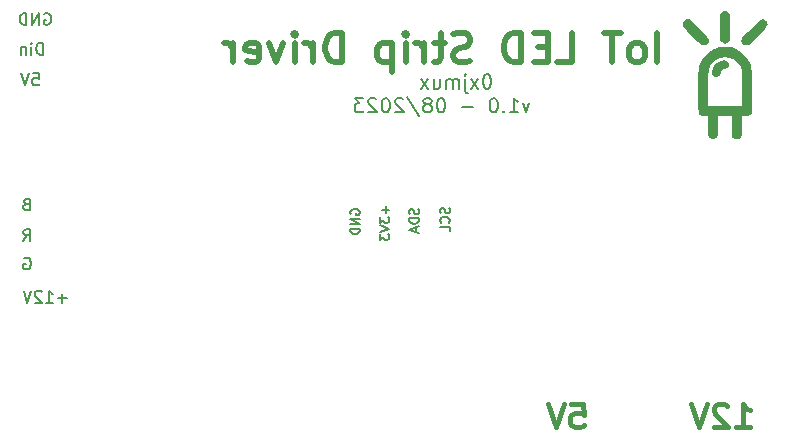
<source format=gbo>
%TF.GenerationSoftware,KiCad,Pcbnew,7.0.6-1.fc37*%
%TF.CreationDate,2023-08-13T21:26:51-07:00*%
%TF.ProjectId,iot_led_strip_pcb,696f745f-6c65-4645-9f73-747269705f70,rev?*%
%TF.SameCoordinates,Original*%
%TF.FileFunction,Legend,Bot*%
%TF.FilePolarity,Positive*%
%FSLAX46Y46*%
G04 Gerber Fmt 4.6, Leading zero omitted, Abs format (unit mm)*
G04 Created by KiCad (PCBNEW 7.0.6-1.fc37) date 2023-08-13 21:26:51*
%MOMM*%
%LPD*%
G01*
G04 APERTURE LIST*
%ADD10C,0.150000*%
%ADD11C,0.400000*%
%ADD12C,0.550000*%
%ADD13R,1.700000X1.700000*%
%ADD14O,1.700000X1.700000*%
%ADD15R,4.600000X2.000000*%
%ADD16O,4.200000X2.000000*%
%ADD17O,2.000000X4.200000*%
%ADD18C,0.800000*%
%ADD19C,6.400000*%
%ADD20C,0.649987*%
%ADD21O,2.100000X1.000000*%
%ADD22O,1.800000X1.000000*%
G04 APERTURE END LIST*
D10*
X42961904Y-96673866D02*
X42200000Y-96673866D01*
X42580952Y-97054819D02*
X42580952Y-96292914D01*
X41200000Y-97054819D02*
X41771428Y-97054819D01*
X41485714Y-97054819D02*
X41485714Y-96054819D01*
X41485714Y-96054819D02*
X41580952Y-96197676D01*
X41580952Y-96197676D02*
X41676190Y-96292914D01*
X41676190Y-96292914D02*
X41771428Y-96340533D01*
X40819047Y-96150057D02*
X40771428Y-96102438D01*
X40771428Y-96102438D02*
X40676190Y-96054819D01*
X40676190Y-96054819D02*
X40438095Y-96054819D01*
X40438095Y-96054819D02*
X40342857Y-96102438D01*
X40342857Y-96102438D02*
X40295238Y-96150057D01*
X40295238Y-96150057D02*
X40247619Y-96245295D01*
X40247619Y-96245295D02*
X40247619Y-96340533D01*
X40247619Y-96340533D02*
X40295238Y-96483390D01*
X40295238Y-96483390D02*
X40866666Y-97054819D01*
X40866666Y-97054819D02*
X40247619Y-97054819D01*
X39961904Y-96054819D02*
X39628571Y-97054819D01*
X39628571Y-97054819D02*
X39295238Y-96054819D01*
X41061904Y-72602438D02*
X41157142Y-72554819D01*
X41157142Y-72554819D02*
X41299999Y-72554819D01*
X41299999Y-72554819D02*
X41442856Y-72602438D01*
X41442856Y-72602438D02*
X41538094Y-72697676D01*
X41538094Y-72697676D02*
X41585713Y-72792914D01*
X41585713Y-72792914D02*
X41633332Y-72983390D01*
X41633332Y-72983390D02*
X41633332Y-73126247D01*
X41633332Y-73126247D02*
X41585713Y-73316723D01*
X41585713Y-73316723D02*
X41538094Y-73411961D01*
X41538094Y-73411961D02*
X41442856Y-73507200D01*
X41442856Y-73507200D02*
X41299999Y-73554819D01*
X41299999Y-73554819D02*
X41204761Y-73554819D01*
X41204761Y-73554819D02*
X41061904Y-73507200D01*
X41061904Y-73507200D02*
X41014285Y-73459580D01*
X41014285Y-73459580D02*
X41014285Y-73126247D01*
X41014285Y-73126247D02*
X41204761Y-73126247D01*
X40585713Y-73554819D02*
X40585713Y-72554819D01*
X40585713Y-72554819D02*
X40014285Y-73554819D01*
X40014285Y-73554819D02*
X40014285Y-72554819D01*
X39538094Y-73554819D02*
X39538094Y-72554819D01*
X39538094Y-72554819D02*
X39299999Y-72554819D01*
X39299999Y-72554819D02*
X39157142Y-72602438D01*
X39157142Y-72602438D02*
X39061904Y-72697676D01*
X39061904Y-72697676D02*
X39014285Y-72792914D01*
X39014285Y-72792914D02*
X38966666Y-72983390D01*
X38966666Y-72983390D02*
X38966666Y-73126247D01*
X38966666Y-73126247D02*
X39014285Y-73316723D01*
X39014285Y-73316723D02*
X39061904Y-73411961D01*
X39061904Y-73411961D02*
X39157142Y-73507200D01*
X39157142Y-73507200D02*
X39299999Y-73554819D01*
X39299999Y-73554819D02*
X39538094Y-73554819D01*
X75324200Y-89047618D02*
X75362295Y-89161904D01*
X75362295Y-89161904D02*
X75362295Y-89352380D01*
X75362295Y-89352380D02*
X75324200Y-89428571D01*
X75324200Y-89428571D02*
X75286104Y-89466666D01*
X75286104Y-89466666D02*
X75209914Y-89504761D01*
X75209914Y-89504761D02*
X75133723Y-89504761D01*
X75133723Y-89504761D02*
X75057533Y-89466666D01*
X75057533Y-89466666D02*
X75019438Y-89428571D01*
X75019438Y-89428571D02*
X74981342Y-89352380D01*
X74981342Y-89352380D02*
X74943247Y-89199999D01*
X74943247Y-89199999D02*
X74905152Y-89123809D01*
X74905152Y-89123809D02*
X74867057Y-89085714D01*
X74867057Y-89085714D02*
X74790866Y-89047618D01*
X74790866Y-89047618D02*
X74714676Y-89047618D01*
X74714676Y-89047618D02*
X74638485Y-89085714D01*
X74638485Y-89085714D02*
X74600390Y-89123809D01*
X74600390Y-89123809D02*
X74562295Y-89199999D01*
X74562295Y-89199999D02*
X74562295Y-89390476D01*
X74562295Y-89390476D02*
X74600390Y-89504761D01*
X75286104Y-90304762D02*
X75324200Y-90266666D01*
X75324200Y-90266666D02*
X75362295Y-90152381D01*
X75362295Y-90152381D02*
X75362295Y-90076190D01*
X75362295Y-90076190D02*
X75324200Y-89961904D01*
X75324200Y-89961904D02*
X75248009Y-89885714D01*
X75248009Y-89885714D02*
X75171819Y-89847619D01*
X75171819Y-89847619D02*
X75019438Y-89809523D01*
X75019438Y-89809523D02*
X74905152Y-89809523D01*
X74905152Y-89809523D02*
X74752771Y-89847619D01*
X74752771Y-89847619D02*
X74676580Y-89885714D01*
X74676580Y-89885714D02*
X74600390Y-89961904D01*
X74600390Y-89961904D02*
X74562295Y-90076190D01*
X74562295Y-90076190D02*
X74562295Y-90152381D01*
X74562295Y-90152381D02*
X74600390Y-90266666D01*
X74600390Y-90266666D02*
X74638485Y-90304762D01*
X75362295Y-91028571D02*
X75362295Y-90647619D01*
X75362295Y-90647619D02*
X74562295Y-90647619D01*
X39290476Y-91854819D02*
X39623809Y-91378628D01*
X39861904Y-91854819D02*
X39861904Y-90854819D01*
X39861904Y-90854819D02*
X39480952Y-90854819D01*
X39480952Y-90854819D02*
X39385714Y-90902438D01*
X39385714Y-90902438D02*
X39338095Y-90950057D01*
X39338095Y-90950057D02*
X39290476Y-91045295D01*
X39290476Y-91045295D02*
X39290476Y-91188152D01*
X39290476Y-91188152D02*
X39338095Y-91283390D01*
X39338095Y-91283390D02*
X39385714Y-91331009D01*
X39385714Y-91331009D02*
X39480952Y-91378628D01*
X39480952Y-91378628D02*
X39861904Y-91378628D01*
X39528571Y-88731009D02*
X39385714Y-88778628D01*
X39385714Y-88778628D02*
X39338095Y-88826247D01*
X39338095Y-88826247D02*
X39290476Y-88921485D01*
X39290476Y-88921485D02*
X39290476Y-89064342D01*
X39290476Y-89064342D02*
X39338095Y-89159580D01*
X39338095Y-89159580D02*
X39385714Y-89207200D01*
X39385714Y-89207200D02*
X39480952Y-89254819D01*
X39480952Y-89254819D02*
X39861904Y-89254819D01*
X39861904Y-89254819D02*
X39861904Y-88254819D01*
X39861904Y-88254819D02*
X39528571Y-88254819D01*
X39528571Y-88254819D02*
X39433333Y-88302438D01*
X39433333Y-88302438D02*
X39385714Y-88350057D01*
X39385714Y-88350057D02*
X39338095Y-88445295D01*
X39338095Y-88445295D02*
X39338095Y-88540533D01*
X39338095Y-88540533D02*
X39385714Y-88635771D01*
X39385714Y-88635771D02*
X39433333Y-88683390D01*
X39433333Y-88683390D02*
X39528571Y-88731009D01*
X39528571Y-88731009D02*
X39861904Y-88731009D01*
X78587030Y-77745342D02*
X78472744Y-77745342D01*
X78472744Y-77745342D02*
X78358458Y-77802485D01*
X78358458Y-77802485D02*
X78301316Y-77859628D01*
X78301316Y-77859628D02*
X78244173Y-77973914D01*
X78244173Y-77973914D02*
X78187030Y-78202485D01*
X78187030Y-78202485D02*
X78187030Y-78488200D01*
X78187030Y-78488200D02*
X78244173Y-78716771D01*
X78244173Y-78716771D02*
X78301316Y-78831057D01*
X78301316Y-78831057D02*
X78358458Y-78888200D01*
X78358458Y-78888200D02*
X78472744Y-78945342D01*
X78472744Y-78945342D02*
X78587030Y-78945342D01*
X78587030Y-78945342D02*
X78701316Y-78888200D01*
X78701316Y-78888200D02*
X78758458Y-78831057D01*
X78758458Y-78831057D02*
X78815601Y-78716771D01*
X78815601Y-78716771D02*
X78872744Y-78488200D01*
X78872744Y-78488200D02*
X78872744Y-78202485D01*
X78872744Y-78202485D02*
X78815601Y-77973914D01*
X78815601Y-77973914D02*
X78758458Y-77859628D01*
X78758458Y-77859628D02*
X78701316Y-77802485D01*
X78701316Y-77802485D02*
X78587030Y-77745342D01*
X77787030Y-78945342D02*
X77158459Y-78145342D01*
X77787030Y-78145342D02*
X77158459Y-78945342D01*
X76701315Y-78145342D02*
X76701315Y-79173914D01*
X76701315Y-79173914D02*
X76758458Y-79288200D01*
X76758458Y-79288200D02*
X76872744Y-79345342D01*
X76872744Y-79345342D02*
X76929887Y-79345342D01*
X76701315Y-77745342D02*
X76758458Y-77802485D01*
X76758458Y-77802485D02*
X76701315Y-77859628D01*
X76701315Y-77859628D02*
X76644172Y-77802485D01*
X76644172Y-77802485D02*
X76701315Y-77745342D01*
X76701315Y-77745342D02*
X76701315Y-77859628D01*
X76129886Y-78945342D02*
X76129886Y-78145342D01*
X76129886Y-78259628D02*
X76072743Y-78202485D01*
X76072743Y-78202485D02*
X75958458Y-78145342D01*
X75958458Y-78145342D02*
X75787029Y-78145342D01*
X75787029Y-78145342D02*
X75672743Y-78202485D01*
X75672743Y-78202485D02*
X75615601Y-78316771D01*
X75615601Y-78316771D02*
X75615601Y-78945342D01*
X75615601Y-78316771D02*
X75558458Y-78202485D01*
X75558458Y-78202485D02*
X75444172Y-78145342D01*
X75444172Y-78145342D02*
X75272743Y-78145342D01*
X75272743Y-78145342D02*
X75158458Y-78202485D01*
X75158458Y-78202485D02*
X75101315Y-78316771D01*
X75101315Y-78316771D02*
X75101315Y-78945342D01*
X74015601Y-78145342D02*
X74015601Y-78945342D01*
X74529886Y-78145342D02*
X74529886Y-78773914D01*
X74529886Y-78773914D02*
X74472743Y-78888200D01*
X74472743Y-78888200D02*
X74358458Y-78945342D01*
X74358458Y-78945342D02*
X74187029Y-78945342D01*
X74187029Y-78945342D02*
X74072743Y-78888200D01*
X74072743Y-78888200D02*
X74015601Y-78831057D01*
X73558458Y-78945342D02*
X72929887Y-78145342D01*
X73558458Y-78145342D02*
X72929887Y-78945342D01*
X82129887Y-80145342D02*
X81844173Y-80945342D01*
X81844173Y-80945342D02*
X81558458Y-80145342D01*
X80472744Y-80945342D02*
X81158458Y-80945342D01*
X80815601Y-80945342D02*
X80815601Y-79745342D01*
X80815601Y-79745342D02*
X80929887Y-79916771D01*
X80929887Y-79916771D02*
X81044172Y-80031057D01*
X81044172Y-80031057D02*
X81158458Y-80088200D01*
X79958458Y-80831057D02*
X79901315Y-80888200D01*
X79901315Y-80888200D02*
X79958458Y-80945342D01*
X79958458Y-80945342D02*
X80015601Y-80888200D01*
X80015601Y-80888200D02*
X79958458Y-80831057D01*
X79958458Y-80831057D02*
X79958458Y-80945342D01*
X79158458Y-79745342D02*
X79044172Y-79745342D01*
X79044172Y-79745342D02*
X78929886Y-79802485D01*
X78929886Y-79802485D02*
X78872744Y-79859628D01*
X78872744Y-79859628D02*
X78815601Y-79973914D01*
X78815601Y-79973914D02*
X78758458Y-80202485D01*
X78758458Y-80202485D02*
X78758458Y-80488200D01*
X78758458Y-80488200D02*
X78815601Y-80716771D01*
X78815601Y-80716771D02*
X78872744Y-80831057D01*
X78872744Y-80831057D02*
X78929886Y-80888200D01*
X78929886Y-80888200D02*
X79044172Y-80945342D01*
X79044172Y-80945342D02*
X79158458Y-80945342D01*
X79158458Y-80945342D02*
X79272744Y-80888200D01*
X79272744Y-80888200D02*
X79329886Y-80831057D01*
X79329886Y-80831057D02*
X79387029Y-80716771D01*
X79387029Y-80716771D02*
X79444172Y-80488200D01*
X79444172Y-80488200D02*
X79444172Y-80202485D01*
X79444172Y-80202485D02*
X79387029Y-79973914D01*
X79387029Y-79973914D02*
X79329886Y-79859628D01*
X79329886Y-79859628D02*
X79272744Y-79802485D01*
X79272744Y-79802485D02*
X79158458Y-79745342D01*
X77329886Y-80488200D02*
X76415601Y-80488200D01*
X74701315Y-79745342D02*
X74587029Y-79745342D01*
X74587029Y-79745342D02*
X74472743Y-79802485D01*
X74472743Y-79802485D02*
X74415601Y-79859628D01*
X74415601Y-79859628D02*
X74358458Y-79973914D01*
X74358458Y-79973914D02*
X74301315Y-80202485D01*
X74301315Y-80202485D02*
X74301315Y-80488200D01*
X74301315Y-80488200D02*
X74358458Y-80716771D01*
X74358458Y-80716771D02*
X74415601Y-80831057D01*
X74415601Y-80831057D02*
X74472743Y-80888200D01*
X74472743Y-80888200D02*
X74587029Y-80945342D01*
X74587029Y-80945342D02*
X74701315Y-80945342D01*
X74701315Y-80945342D02*
X74815601Y-80888200D01*
X74815601Y-80888200D02*
X74872743Y-80831057D01*
X74872743Y-80831057D02*
X74929886Y-80716771D01*
X74929886Y-80716771D02*
X74987029Y-80488200D01*
X74987029Y-80488200D02*
X74987029Y-80202485D01*
X74987029Y-80202485D02*
X74929886Y-79973914D01*
X74929886Y-79973914D02*
X74872743Y-79859628D01*
X74872743Y-79859628D02*
X74815601Y-79802485D01*
X74815601Y-79802485D02*
X74701315Y-79745342D01*
X73615601Y-80259628D02*
X73729886Y-80202485D01*
X73729886Y-80202485D02*
X73787029Y-80145342D01*
X73787029Y-80145342D02*
X73844172Y-80031057D01*
X73844172Y-80031057D02*
X73844172Y-79973914D01*
X73844172Y-79973914D02*
X73787029Y-79859628D01*
X73787029Y-79859628D02*
X73729886Y-79802485D01*
X73729886Y-79802485D02*
X73615601Y-79745342D01*
X73615601Y-79745342D02*
X73387029Y-79745342D01*
X73387029Y-79745342D02*
X73272744Y-79802485D01*
X73272744Y-79802485D02*
X73215601Y-79859628D01*
X73215601Y-79859628D02*
X73158458Y-79973914D01*
X73158458Y-79973914D02*
X73158458Y-80031057D01*
X73158458Y-80031057D02*
X73215601Y-80145342D01*
X73215601Y-80145342D02*
X73272744Y-80202485D01*
X73272744Y-80202485D02*
X73387029Y-80259628D01*
X73387029Y-80259628D02*
X73615601Y-80259628D01*
X73615601Y-80259628D02*
X73729886Y-80316771D01*
X73729886Y-80316771D02*
X73787029Y-80373914D01*
X73787029Y-80373914D02*
X73844172Y-80488200D01*
X73844172Y-80488200D02*
X73844172Y-80716771D01*
X73844172Y-80716771D02*
X73787029Y-80831057D01*
X73787029Y-80831057D02*
X73729886Y-80888200D01*
X73729886Y-80888200D02*
X73615601Y-80945342D01*
X73615601Y-80945342D02*
X73387029Y-80945342D01*
X73387029Y-80945342D02*
X73272744Y-80888200D01*
X73272744Y-80888200D02*
X73215601Y-80831057D01*
X73215601Y-80831057D02*
X73158458Y-80716771D01*
X73158458Y-80716771D02*
X73158458Y-80488200D01*
X73158458Y-80488200D02*
X73215601Y-80373914D01*
X73215601Y-80373914D02*
X73272744Y-80316771D01*
X73272744Y-80316771D02*
X73387029Y-80259628D01*
X71787029Y-79688200D02*
X72815601Y-81231057D01*
X71444172Y-79859628D02*
X71387029Y-79802485D01*
X71387029Y-79802485D02*
X71272744Y-79745342D01*
X71272744Y-79745342D02*
X70987029Y-79745342D01*
X70987029Y-79745342D02*
X70872744Y-79802485D01*
X70872744Y-79802485D02*
X70815601Y-79859628D01*
X70815601Y-79859628D02*
X70758458Y-79973914D01*
X70758458Y-79973914D02*
X70758458Y-80088200D01*
X70758458Y-80088200D02*
X70815601Y-80259628D01*
X70815601Y-80259628D02*
X71501315Y-80945342D01*
X71501315Y-80945342D02*
X70758458Y-80945342D01*
X70015601Y-79745342D02*
X69901315Y-79745342D01*
X69901315Y-79745342D02*
X69787029Y-79802485D01*
X69787029Y-79802485D02*
X69729887Y-79859628D01*
X69729887Y-79859628D02*
X69672744Y-79973914D01*
X69672744Y-79973914D02*
X69615601Y-80202485D01*
X69615601Y-80202485D02*
X69615601Y-80488200D01*
X69615601Y-80488200D02*
X69672744Y-80716771D01*
X69672744Y-80716771D02*
X69729887Y-80831057D01*
X69729887Y-80831057D02*
X69787029Y-80888200D01*
X69787029Y-80888200D02*
X69901315Y-80945342D01*
X69901315Y-80945342D02*
X70015601Y-80945342D01*
X70015601Y-80945342D02*
X70129887Y-80888200D01*
X70129887Y-80888200D02*
X70187029Y-80831057D01*
X70187029Y-80831057D02*
X70244172Y-80716771D01*
X70244172Y-80716771D02*
X70301315Y-80488200D01*
X70301315Y-80488200D02*
X70301315Y-80202485D01*
X70301315Y-80202485D02*
X70244172Y-79973914D01*
X70244172Y-79973914D02*
X70187029Y-79859628D01*
X70187029Y-79859628D02*
X70129887Y-79802485D01*
X70129887Y-79802485D02*
X70015601Y-79745342D01*
X69158458Y-79859628D02*
X69101315Y-79802485D01*
X69101315Y-79802485D02*
X68987030Y-79745342D01*
X68987030Y-79745342D02*
X68701315Y-79745342D01*
X68701315Y-79745342D02*
X68587030Y-79802485D01*
X68587030Y-79802485D02*
X68529887Y-79859628D01*
X68529887Y-79859628D02*
X68472744Y-79973914D01*
X68472744Y-79973914D02*
X68472744Y-80088200D01*
X68472744Y-80088200D02*
X68529887Y-80259628D01*
X68529887Y-80259628D02*
X69215601Y-80945342D01*
X69215601Y-80945342D02*
X68472744Y-80945342D01*
X68072744Y-79745342D02*
X67329887Y-79745342D01*
X67329887Y-79745342D02*
X67729887Y-80202485D01*
X67729887Y-80202485D02*
X67558458Y-80202485D01*
X67558458Y-80202485D02*
X67444173Y-80259628D01*
X67444173Y-80259628D02*
X67387030Y-80316771D01*
X67387030Y-80316771D02*
X67329887Y-80431057D01*
X67329887Y-80431057D02*
X67329887Y-80716771D01*
X67329887Y-80716771D02*
X67387030Y-80831057D01*
X67387030Y-80831057D02*
X67444173Y-80888200D01*
X67444173Y-80888200D02*
X67558458Y-80945342D01*
X67558458Y-80945342D02*
X67901315Y-80945342D01*
X67901315Y-80945342D02*
X68015601Y-80888200D01*
X68015601Y-80888200D02*
X68072744Y-80831057D01*
D11*
X85680952Y-105604438D02*
X86633333Y-105604438D01*
X86633333Y-105604438D02*
X86728571Y-106556819D01*
X86728571Y-106556819D02*
X86633333Y-106461580D01*
X86633333Y-106461580D02*
X86442857Y-106366342D01*
X86442857Y-106366342D02*
X85966666Y-106366342D01*
X85966666Y-106366342D02*
X85776190Y-106461580D01*
X85776190Y-106461580D02*
X85680952Y-106556819D01*
X85680952Y-106556819D02*
X85585714Y-106747295D01*
X85585714Y-106747295D02*
X85585714Y-107223485D01*
X85585714Y-107223485D02*
X85680952Y-107413961D01*
X85680952Y-107413961D02*
X85776190Y-107509200D01*
X85776190Y-107509200D02*
X85966666Y-107604438D01*
X85966666Y-107604438D02*
X86442857Y-107604438D01*
X86442857Y-107604438D02*
X86633333Y-107509200D01*
X86633333Y-107509200D02*
X86728571Y-107413961D01*
X85014285Y-105604438D02*
X84347619Y-107604438D01*
X84347619Y-107604438D02*
X83680952Y-105604438D01*
D10*
X40952380Y-76054819D02*
X40952380Y-75054819D01*
X40952380Y-75054819D02*
X40714285Y-75054819D01*
X40714285Y-75054819D02*
X40571428Y-75102438D01*
X40571428Y-75102438D02*
X40476190Y-75197676D01*
X40476190Y-75197676D02*
X40428571Y-75292914D01*
X40428571Y-75292914D02*
X40380952Y-75483390D01*
X40380952Y-75483390D02*
X40380952Y-75626247D01*
X40380952Y-75626247D02*
X40428571Y-75816723D01*
X40428571Y-75816723D02*
X40476190Y-75911961D01*
X40476190Y-75911961D02*
X40571428Y-76007200D01*
X40571428Y-76007200D02*
X40714285Y-76054819D01*
X40714285Y-76054819D02*
X40952380Y-76054819D01*
X39952380Y-76054819D02*
X39952380Y-75388152D01*
X39952380Y-75054819D02*
X39999999Y-75102438D01*
X39999999Y-75102438D02*
X39952380Y-75150057D01*
X39952380Y-75150057D02*
X39904761Y-75102438D01*
X39904761Y-75102438D02*
X39952380Y-75054819D01*
X39952380Y-75054819D02*
X39952380Y-75150057D01*
X39476190Y-75388152D02*
X39476190Y-76054819D01*
X39476190Y-75483390D02*
X39428571Y-75435771D01*
X39428571Y-75435771D02*
X39333333Y-75388152D01*
X39333333Y-75388152D02*
X39190476Y-75388152D01*
X39190476Y-75388152D02*
X39095238Y-75435771D01*
X39095238Y-75435771D02*
X39047619Y-75531009D01*
X39047619Y-75531009D02*
X39047619Y-76054819D01*
D11*
X99638095Y-107604438D02*
X100780952Y-107604438D01*
X100209524Y-107604438D02*
X100209524Y-105604438D01*
X100209524Y-105604438D02*
X100400000Y-105890152D01*
X100400000Y-105890152D02*
X100590476Y-106080628D01*
X100590476Y-106080628D02*
X100780952Y-106175866D01*
X98876190Y-105794914D02*
X98780952Y-105699676D01*
X98780952Y-105699676D02*
X98590476Y-105604438D01*
X98590476Y-105604438D02*
X98114285Y-105604438D01*
X98114285Y-105604438D02*
X97923809Y-105699676D01*
X97923809Y-105699676D02*
X97828571Y-105794914D01*
X97828571Y-105794914D02*
X97733333Y-105985390D01*
X97733333Y-105985390D02*
X97733333Y-106175866D01*
X97733333Y-106175866D02*
X97828571Y-106461580D01*
X97828571Y-106461580D02*
X98971428Y-107604438D01*
X98971428Y-107604438D02*
X97733333Y-107604438D01*
X97161904Y-105604438D02*
X96495238Y-107604438D01*
X96495238Y-107604438D02*
X95828571Y-105604438D01*
D10*
X69957533Y-88890476D02*
X69957533Y-89500000D01*
X70262295Y-89195238D02*
X69652771Y-89195238D01*
X69462295Y-89804761D02*
X69462295Y-90299999D01*
X69462295Y-90299999D02*
X69767057Y-90033333D01*
X69767057Y-90033333D02*
X69767057Y-90147618D01*
X69767057Y-90147618D02*
X69805152Y-90223809D01*
X69805152Y-90223809D02*
X69843247Y-90261904D01*
X69843247Y-90261904D02*
X69919438Y-90299999D01*
X69919438Y-90299999D02*
X70109914Y-90299999D01*
X70109914Y-90299999D02*
X70186104Y-90261904D01*
X70186104Y-90261904D02*
X70224200Y-90223809D01*
X70224200Y-90223809D02*
X70262295Y-90147618D01*
X70262295Y-90147618D02*
X70262295Y-89919047D01*
X70262295Y-89919047D02*
X70224200Y-89842856D01*
X70224200Y-89842856D02*
X70186104Y-89804761D01*
X69462295Y-90528571D02*
X70262295Y-90795238D01*
X70262295Y-90795238D02*
X69462295Y-91061904D01*
X69462295Y-91252380D02*
X69462295Y-91747618D01*
X69462295Y-91747618D02*
X69767057Y-91480952D01*
X69767057Y-91480952D02*
X69767057Y-91595237D01*
X69767057Y-91595237D02*
X69805152Y-91671428D01*
X69805152Y-91671428D02*
X69843247Y-91709523D01*
X69843247Y-91709523D02*
X69919438Y-91747618D01*
X69919438Y-91747618D02*
X70109914Y-91747618D01*
X70109914Y-91747618D02*
X70186104Y-91709523D01*
X70186104Y-91709523D02*
X70224200Y-91671428D01*
X70224200Y-91671428D02*
X70262295Y-91595237D01*
X70262295Y-91595237D02*
X70262295Y-91366666D01*
X70262295Y-91366666D02*
X70224200Y-91290475D01*
X70224200Y-91290475D02*
X70186104Y-91252380D01*
X67000390Y-89590476D02*
X66962295Y-89514286D01*
X66962295Y-89514286D02*
X66962295Y-89400000D01*
X66962295Y-89400000D02*
X67000390Y-89285714D01*
X67000390Y-89285714D02*
X67076580Y-89209524D01*
X67076580Y-89209524D02*
X67152771Y-89171429D01*
X67152771Y-89171429D02*
X67305152Y-89133333D01*
X67305152Y-89133333D02*
X67419438Y-89133333D01*
X67419438Y-89133333D02*
X67571819Y-89171429D01*
X67571819Y-89171429D02*
X67648009Y-89209524D01*
X67648009Y-89209524D02*
X67724200Y-89285714D01*
X67724200Y-89285714D02*
X67762295Y-89400000D01*
X67762295Y-89400000D02*
X67762295Y-89476191D01*
X67762295Y-89476191D02*
X67724200Y-89590476D01*
X67724200Y-89590476D02*
X67686104Y-89628572D01*
X67686104Y-89628572D02*
X67419438Y-89628572D01*
X67419438Y-89628572D02*
X67419438Y-89476191D01*
X67762295Y-89971429D02*
X66962295Y-89971429D01*
X66962295Y-89971429D02*
X67762295Y-90428572D01*
X67762295Y-90428572D02*
X66962295Y-90428572D01*
X67762295Y-90809524D02*
X66962295Y-90809524D01*
X66962295Y-90809524D02*
X66962295Y-91000000D01*
X66962295Y-91000000D02*
X67000390Y-91114286D01*
X67000390Y-91114286D02*
X67076580Y-91190476D01*
X67076580Y-91190476D02*
X67152771Y-91228571D01*
X67152771Y-91228571D02*
X67305152Y-91266667D01*
X67305152Y-91266667D02*
X67419438Y-91266667D01*
X67419438Y-91266667D02*
X67571819Y-91228571D01*
X67571819Y-91228571D02*
X67648009Y-91190476D01*
X67648009Y-91190476D02*
X67724200Y-91114286D01*
X67724200Y-91114286D02*
X67762295Y-91000000D01*
X67762295Y-91000000D02*
X67762295Y-90809524D01*
D12*
X92954761Y-76727947D02*
X92954761Y-74227947D01*
X91407143Y-76727947D02*
X91645238Y-76608900D01*
X91645238Y-76608900D02*
X91764285Y-76489852D01*
X91764285Y-76489852D02*
X91883333Y-76251757D01*
X91883333Y-76251757D02*
X91883333Y-75537471D01*
X91883333Y-75537471D02*
X91764285Y-75299376D01*
X91764285Y-75299376D02*
X91645238Y-75180328D01*
X91645238Y-75180328D02*
X91407143Y-75061280D01*
X91407143Y-75061280D02*
X91050000Y-75061280D01*
X91050000Y-75061280D02*
X90811904Y-75180328D01*
X90811904Y-75180328D02*
X90692857Y-75299376D01*
X90692857Y-75299376D02*
X90573809Y-75537471D01*
X90573809Y-75537471D02*
X90573809Y-76251757D01*
X90573809Y-76251757D02*
X90692857Y-76489852D01*
X90692857Y-76489852D02*
X90811904Y-76608900D01*
X90811904Y-76608900D02*
X91050000Y-76727947D01*
X91050000Y-76727947D02*
X91407143Y-76727947D01*
X89859523Y-74227947D02*
X88430952Y-74227947D01*
X89145238Y-76727947D02*
X89145238Y-74227947D01*
X84502380Y-76727947D02*
X85692856Y-76727947D01*
X85692856Y-76727947D02*
X85692856Y-74227947D01*
X83669046Y-75418423D02*
X82835713Y-75418423D01*
X82478570Y-76727947D02*
X83669046Y-76727947D01*
X83669046Y-76727947D02*
X83669046Y-74227947D01*
X83669046Y-74227947D02*
X82478570Y-74227947D01*
X81407141Y-76727947D02*
X81407141Y-74227947D01*
X81407141Y-74227947D02*
X80811903Y-74227947D01*
X80811903Y-74227947D02*
X80454760Y-74346995D01*
X80454760Y-74346995D02*
X80216665Y-74585090D01*
X80216665Y-74585090D02*
X80097618Y-74823185D01*
X80097618Y-74823185D02*
X79978570Y-75299376D01*
X79978570Y-75299376D02*
X79978570Y-75656519D01*
X79978570Y-75656519D02*
X80097618Y-76132709D01*
X80097618Y-76132709D02*
X80216665Y-76370804D01*
X80216665Y-76370804D02*
X80454760Y-76608900D01*
X80454760Y-76608900D02*
X80811903Y-76727947D01*
X80811903Y-76727947D02*
X81407141Y-76727947D01*
X77121427Y-76608900D02*
X76764284Y-76727947D01*
X76764284Y-76727947D02*
X76169046Y-76727947D01*
X76169046Y-76727947D02*
X75930951Y-76608900D01*
X75930951Y-76608900D02*
X75811903Y-76489852D01*
X75811903Y-76489852D02*
X75692856Y-76251757D01*
X75692856Y-76251757D02*
X75692856Y-76013661D01*
X75692856Y-76013661D02*
X75811903Y-75775566D01*
X75811903Y-75775566D02*
X75930951Y-75656519D01*
X75930951Y-75656519D02*
X76169046Y-75537471D01*
X76169046Y-75537471D02*
X76645237Y-75418423D01*
X76645237Y-75418423D02*
X76883332Y-75299376D01*
X76883332Y-75299376D02*
X77002379Y-75180328D01*
X77002379Y-75180328D02*
X77121427Y-74942233D01*
X77121427Y-74942233D02*
X77121427Y-74704138D01*
X77121427Y-74704138D02*
X77002379Y-74466042D01*
X77002379Y-74466042D02*
X76883332Y-74346995D01*
X76883332Y-74346995D02*
X76645237Y-74227947D01*
X76645237Y-74227947D02*
X76049998Y-74227947D01*
X76049998Y-74227947D02*
X75692856Y-74346995D01*
X74978570Y-75061280D02*
X74026189Y-75061280D01*
X74621427Y-74227947D02*
X74621427Y-76370804D01*
X74621427Y-76370804D02*
X74502380Y-76608900D01*
X74502380Y-76608900D02*
X74264285Y-76727947D01*
X74264285Y-76727947D02*
X74026189Y-76727947D01*
X73192856Y-76727947D02*
X73192856Y-75061280D01*
X73192856Y-75537471D02*
X73073809Y-75299376D01*
X73073809Y-75299376D02*
X72954761Y-75180328D01*
X72954761Y-75180328D02*
X72716666Y-75061280D01*
X72716666Y-75061280D02*
X72478571Y-75061280D01*
X71645237Y-76727947D02*
X71645237Y-75061280D01*
X71645237Y-74227947D02*
X71764285Y-74346995D01*
X71764285Y-74346995D02*
X71645237Y-74466042D01*
X71645237Y-74466042D02*
X71526190Y-74346995D01*
X71526190Y-74346995D02*
X71645237Y-74227947D01*
X71645237Y-74227947D02*
X71645237Y-74466042D01*
X70454761Y-75061280D02*
X70454761Y-77561280D01*
X70454761Y-75180328D02*
X70216666Y-75061280D01*
X70216666Y-75061280D02*
X69740476Y-75061280D01*
X69740476Y-75061280D02*
X69502380Y-75180328D01*
X69502380Y-75180328D02*
X69383333Y-75299376D01*
X69383333Y-75299376D02*
X69264285Y-75537471D01*
X69264285Y-75537471D02*
X69264285Y-76251757D01*
X69264285Y-76251757D02*
X69383333Y-76489852D01*
X69383333Y-76489852D02*
X69502380Y-76608900D01*
X69502380Y-76608900D02*
X69740476Y-76727947D01*
X69740476Y-76727947D02*
X70216666Y-76727947D01*
X70216666Y-76727947D02*
X70454761Y-76608900D01*
X66288094Y-76727947D02*
X66288094Y-74227947D01*
X66288094Y-74227947D02*
X65692856Y-74227947D01*
X65692856Y-74227947D02*
X65335713Y-74346995D01*
X65335713Y-74346995D02*
X65097618Y-74585090D01*
X65097618Y-74585090D02*
X64978571Y-74823185D01*
X64978571Y-74823185D02*
X64859523Y-75299376D01*
X64859523Y-75299376D02*
X64859523Y-75656519D01*
X64859523Y-75656519D02*
X64978571Y-76132709D01*
X64978571Y-76132709D02*
X65097618Y-76370804D01*
X65097618Y-76370804D02*
X65335713Y-76608900D01*
X65335713Y-76608900D02*
X65692856Y-76727947D01*
X65692856Y-76727947D02*
X66288094Y-76727947D01*
X63788094Y-76727947D02*
X63788094Y-75061280D01*
X63788094Y-75537471D02*
X63669047Y-75299376D01*
X63669047Y-75299376D02*
X63549999Y-75180328D01*
X63549999Y-75180328D02*
X63311904Y-75061280D01*
X63311904Y-75061280D02*
X63073809Y-75061280D01*
X62240475Y-76727947D02*
X62240475Y-75061280D01*
X62240475Y-74227947D02*
X62359523Y-74346995D01*
X62359523Y-74346995D02*
X62240475Y-74466042D01*
X62240475Y-74466042D02*
X62121428Y-74346995D01*
X62121428Y-74346995D02*
X62240475Y-74227947D01*
X62240475Y-74227947D02*
X62240475Y-74466042D01*
X61288095Y-75061280D02*
X60692857Y-76727947D01*
X60692857Y-76727947D02*
X60097618Y-75061280D01*
X58192856Y-76608900D02*
X58430952Y-76727947D01*
X58430952Y-76727947D02*
X58907142Y-76727947D01*
X58907142Y-76727947D02*
X59145237Y-76608900D01*
X59145237Y-76608900D02*
X59264285Y-76370804D01*
X59264285Y-76370804D02*
X59264285Y-75418423D01*
X59264285Y-75418423D02*
X59145237Y-75180328D01*
X59145237Y-75180328D02*
X58907142Y-75061280D01*
X58907142Y-75061280D02*
X58430952Y-75061280D01*
X58430952Y-75061280D02*
X58192856Y-75180328D01*
X58192856Y-75180328D02*
X58073809Y-75418423D01*
X58073809Y-75418423D02*
X58073809Y-75656519D01*
X58073809Y-75656519D02*
X59264285Y-75894614D01*
X57002380Y-76727947D02*
X57002380Y-75061280D01*
X57002380Y-75537471D02*
X56883333Y-75299376D01*
X56883333Y-75299376D02*
X56764285Y-75180328D01*
X56764285Y-75180328D02*
X56526190Y-75061280D01*
X56526190Y-75061280D02*
X56288095Y-75061280D01*
D10*
X72724200Y-89128571D02*
X72762295Y-89242857D01*
X72762295Y-89242857D02*
X72762295Y-89433333D01*
X72762295Y-89433333D02*
X72724200Y-89509524D01*
X72724200Y-89509524D02*
X72686104Y-89547619D01*
X72686104Y-89547619D02*
X72609914Y-89585714D01*
X72609914Y-89585714D02*
X72533723Y-89585714D01*
X72533723Y-89585714D02*
X72457533Y-89547619D01*
X72457533Y-89547619D02*
X72419438Y-89509524D01*
X72419438Y-89509524D02*
X72381342Y-89433333D01*
X72381342Y-89433333D02*
X72343247Y-89280952D01*
X72343247Y-89280952D02*
X72305152Y-89204762D01*
X72305152Y-89204762D02*
X72267057Y-89166667D01*
X72267057Y-89166667D02*
X72190866Y-89128571D01*
X72190866Y-89128571D02*
X72114676Y-89128571D01*
X72114676Y-89128571D02*
X72038485Y-89166667D01*
X72038485Y-89166667D02*
X72000390Y-89204762D01*
X72000390Y-89204762D02*
X71962295Y-89280952D01*
X71962295Y-89280952D02*
X71962295Y-89471429D01*
X71962295Y-89471429D02*
X72000390Y-89585714D01*
X72762295Y-89928572D02*
X71962295Y-89928572D01*
X71962295Y-89928572D02*
X71962295Y-90119048D01*
X71962295Y-90119048D02*
X72000390Y-90233334D01*
X72000390Y-90233334D02*
X72076580Y-90309524D01*
X72076580Y-90309524D02*
X72152771Y-90347619D01*
X72152771Y-90347619D02*
X72305152Y-90385715D01*
X72305152Y-90385715D02*
X72419438Y-90385715D01*
X72419438Y-90385715D02*
X72571819Y-90347619D01*
X72571819Y-90347619D02*
X72648009Y-90309524D01*
X72648009Y-90309524D02*
X72724200Y-90233334D01*
X72724200Y-90233334D02*
X72762295Y-90119048D01*
X72762295Y-90119048D02*
X72762295Y-89928572D01*
X72533723Y-90690476D02*
X72533723Y-91071429D01*
X72762295Y-90614286D02*
X71962295Y-90880953D01*
X71962295Y-90880953D02*
X72762295Y-91147619D01*
X40090476Y-77654819D02*
X40566666Y-77654819D01*
X40566666Y-77654819D02*
X40614285Y-78131009D01*
X40614285Y-78131009D02*
X40566666Y-78083390D01*
X40566666Y-78083390D02*
X40471428Y-78035771D01*
X40471428Y-78035771D02*
X40233333Y-78035771D01*
X40233333Y-78035771D02*
X40138095Y-78083390D01*
X40138095Y-78083390D02*
X40090476Y-78131009D01*
X40090476Y-78131009D02*
X40042857Y-78226247D01*
X40042857Y-78226247D02*
X40042857Y-78464342D01*
X40042857Y-78464342D02*
X40090476Y-78559580D01*
X40090476Y-78559580D02*
X40138095Y-78607200D01*
X40138095Y-78607200D02*
X40233333Y-78654819D01*
X40233333Y-78654819D02*
X40471428Y-78654819D01*
X40471428Y-78654819D02*
X40566666Y-78607200D01*
X40566666Y-78607200D02*
X40614285Y-78559580D01*
X39757142Y-77654819D02*
X39423809Y-78654819D01*
X39423809Y-78654819D02*
X39090476Y-77654819D01*
X39338095Y-93302438D02*
X39433333Y-93254819D01*
X39433333Y-93254819D02*
X39576190Y-93254819D01*
X39576190Y-93254819D02*
X39719047Y-93302438D01*
X39719047Y-93302438D02*
X39814285Y-93397676D01*
X39814285Y-93397676D02*
X39861904Y-93492914D01*
X39861904Y-93492914D02*
X39909523Y-93683390D01*
X39909523Y-93683390D02*
X39909523Y-93826247D01*
X39909523Y-93826247D02*
X39861904Y-94016723D01*
X39861904Y-94016723D02*
X39814285Y-94111961D01*
X39814285Y-94111961D02*
X39719047Y-94207200D01*
X39719047Y-94207200D02*
X39576190Y-94254819D01*
X39576190Y-94254819D02*
X39480952Y-94254819D01*
X39480952Y-94254819D02*
X39338095Y-94207200D01*
X39338095Y-94207200D02*
X39290476Y-94159580D01*
X39290476Y-94159580D02*
X39290476Y-93826247D01*
X39290476Y-93826247D02*
X39480952Y-93826247D01*
%TO.C,G\u002A\u002A\u002A*%
G36*
X98962115Y-72460150D02*
G01*
X99120331Y-72584603D01*
X99120331Y-73746808D01*
X99120331Y-74909014D01*
X98962115Y-75033466D01*
X98957947Y-75036718D01*
X98817594Y-75122429D01*
X98700000Y-75157919D01*
X98697232Y-75157877D01*
X98577880Y-75120280D01*
X98437885Y-75033466D01*
X98279669Y-74909014D01*
X98279669Y-73746808D01*
X98279669Y-72584603D01*
X98437885Y-72460150D01*
X98612121Y-72357444D01*
X98778843Y-72354554D01*
X98962115Y-72460150D01*
G37*
G36*
X98829269Y-76572630D02*
G01*
X98966808Y-76672462D01*
X99051159Y-76856927D01*
X99026916Y-77023649D01*
X98888903Y-77159111D01*
X98639074Y-77259811D01*
X98492044Y-77311364D01*
X98399041Y-77398321D01*
X98339818Y-77559436D01*
X98328158Y-77597784D01*
X98245741Y-77770428D01*
X98144491Y-77887872D01*
X98039839Y-77947770D01*
X97933319Y-77980141D01*
X97830433Y-77938295D01*
X97705659Y-77829121D01*
X97603073Y-77694766D01*
X97561738Y-77577552D01*
X97574239Y-77480641D01*
X97638005Y-77266164D01*
X97734222Y-77048802D01*
X97838617Y-76888926D01*
X97926670Y-76804579D01*
X98146195Y-76663218D01*
X98389467Y-76573667D01*
X98626990Y-76541584D01*
X98829269Y-76572630D01*
G37*
G36*
X102047876Y-73109101D02*
G01*
X102155448Y-73203653D01*
X102202957Y-73253418D01*
X102278567Y-73357303D01*
X102307088Y-73462676D01*
X102281705Y-73582911D01*
X102195598Y-73731381D01*
X102041949Y-73921459D01*
X101813941Y-74166518D01*
X101504754Y-74479931D01*
X101389670Y-74594734D01*
X101129925Y-74850067D01*
X100934191Y-75033922D01*
X100788600Y-75157471D01*
X100679280Y-75231888D01*
X100592362Y-75268344D01*
X100513974Y-75278014D01*
X100485505Y-75277213D01*
X100276060Y-75212706D01*
X100133639Y-75061062D01*
X100081088Y-74845128D01*
X100082251Y-74816246D01*
X100100527Y-74736319D01*
X100149724Y-74642730D01*
X100241015Y-74521609D01*
X100385571Y-74359085D01*
X100594565Y-74141288D01*
X100879171Y-73854347D01*
X101029353Y-73704898D01*
X101310388Y-73433042D01*
X101529080Y-73239300D01*
X101698802Y-73116852D01*
X101832926Y-73058882D01*
X101944827Y-73058571D01*
X102047876Y-73109101D01*
G37*
G36*
X95623810Y-73077397D02*
G01*
X95772280Y-73163504D01*
X95962358Y-73317152D01*
X96207417Y-73545161D01*
X96520830Y-73854347D01*
X96635633Y-73969431D01*
X96890966Y-74229177D01*
X97074821Y-74424910D01*
X97198370Y-74570502D01*
X97272787Y-74679822D01*
X97309243Y-74766740D01*
X97318913Y-74845128D01*
X97292812Y-74996238D01*
X97198818Y-75157919D01*
X97079028Y-75235829D01*
X96886027Y-75278014D01*
X96857145Y-75276851D01*
X96777218Y-75258574D01*
X96683629Y-75209377D01*
X96562508Y-75118087D01*
X96399984Y-74973531D01*
X96182187Y-74764536D01*
X95895246Y-74479931D01*
X95745797Y-74329749D01*
X95473941Y-74048714D01*
X95280199Y-73830022D01*
X95157751Y-73660300D01*
X95099781Y-73526175D01*
X95099470Y-73414275D01*
X95150000Y-73311225D01*
X95244552Y-73203653D01*
X95294317Y-73156144D01*
X95398202Y-73080535D01*
X95503575Y-73052013D01*
X95623810Y-73077397D01*
G37*
G36*
X100981797Y-80987964D02*
G01*
X100834408Y-81135353D01*
X100775941Y-81187614D01*
X100625389Y-81262125D01*
X100414077Y-81282742D01*
X100141135Y-81282742D01*
X100141135Y-82060531D01*
X100139699Y-82279654D01*
X100127530Y-82611611D01*
X100099513Y-82851168D01*
X100051520Y-83016188D01*
X99979420Y-83124535D01*
X99879084Y-83194072D01*
X99735558Y-83246675D01*
X99557091Y-83236442D01*
X99387815Y-83116913D01*
X99371211Y-83100123D01*
X99317677Y-83037299D01*
X99281180Y-82963868D01*
X99258464Y-82857933D01*
X99246271Y-82697597D01*
X99241344Y-82460963D01*
X99240426Y-82126133D01*
X99240426Y-81282742D01*
X98669977Y-81282742D01*
X98099528Y-81282742D01*
X98099528Y-82126133D01*
X98099495Y-82221175D01*
X98097871Y-82529136D01*
X98091417Y-82744432D01*
X98076874Y-82888961D01*
X98050985Y-82984620D01*
X98010492Y-83053305D01*
X97952139Y-83116913D01*
X97952019Y-83117033D01*
X97779491Y-83239234D01*
X97608091Y-83246543D01*
X97417082Y-83139849D01*
X97379828Y-83109959D01*
X97328970Y-83058585D01*
X97294838Y-82991551D01*
X97274097Y-82887969D01*
X97263412Y-82726952D01*
X97259446Y-82487615D01*
X97258866Y-82149069D01*
X97258866Y-81282742D01*
X96995305Y-81282742D01*
X96791475Y-81260471D01*
X96589986Y-81168021D01*
X96448227Y-81053300D01*
X96442413Y-80442080D01*
X97258866Y-80442080D01*
X98700000Y-80442080D01*
X100141135Y-80442080D01*
X100140800Y-78955910D01*
X100140397Y-78780842D01*
X100135753Y-78329377D01*
X100126402Y-77933189D01*
X100112952Y-77608477D01*
X100096013Y-77371439D01*
X100076195Y-77238275D01*
X100034612Y-77132668D01*
X99918513Y-76933888D01*
X99771556Y-76746042D01*
X99713389Y-76686348D01*
X99391136Y-76449452D01*
X99029824Y-76312518D01*
X98650800Y-76275395D01*
X98275415Y-76337929D01*
X97925020Y-76499969D01*
X97620963Y-76761364D01*
X97521253Y-76886754D01*
X97394343Y-77084990D01*
X97319959Y-77252208D01*
X97308230Y-77322680D01*
X97292508Y-77513703D01*
X97279050Y-77792002D01*
X97268550Y-78138114D01*
X97261702Y-78532572D01*
X97259200Y-78955910D01*
X97258866Y-80442080D01*
X96442413Y-80442080D01*
X96430699Y-79210485D01*
X96427180Y-78787399D01*
X96425350Y-78327458D01*
X96427167Y-77961813D01*
X96433161Y-77675841D01*
X96443863Y-77454922D01*
X96459801Y-77284435D01*
X96481507Y-77149759D01*
X96509510Y-77036272D01*
X96646761Y-76675034D01*
X96916442Y-76248176D01*
X97281180Y-75894116D01*
X97739244Y-75614859D01*
X97862957Y-75557383D01*
X98040005Y-75488528D01*
X98210384Y-75449505D01*
X98416310Y-75432108D01*
X98700000Y-75428132D01*
X98797778Y-75428481D01*
X99060846Y-75436736D01*
X99257201Y-75461424D01*
X99427770Y-75509749D01*
X99613481Y-75588914D01*
X99630641Y-75597003D01*
X100023602Y-75816864D01*
X100331858Y-76071550D01*
X100589356Y-76388889D01*
X100650778Y-76481283D01*
X100742585Y-76634811D01*
X100815750Y-76789939D01*
X100872366Y-76961478D01*
X100914527Y-77164238D01*
X100944328Y-77413029D01*
X100963861Y-77722659D01*
X100975222Y-78107940D01*
X100980502Y-78583681D01*
X100981797Y-79164692D01*
X100981797Y-80442080D01*
X100981797Y-80987964D01*
G37*
%TD*%
%LPC*%
D13*
%TO.C,J4*%
X37500000Y-96500000D03*
D14*
X37500000Y-93960000D03*
X37500000Y-91420000D03*
X37500000Y-88880000D03*
%TD*%
D13*
%TO.C,JP4*%
X45800000Y-70800000D03*
D14*
X43260000Y-70800000D03*
%TD*%
D13*
%TO.C,J5*%
X67360000Y-87400000D03*
D14*
X69900000Y-87400000D03*
X72440000Y-87400000D03*
X74980000Y-87400000D03*
%TD*%
D15*
%TO.C,J3*%
X85350000Y-95650000D03*
D16*
X85350000Y-101950000D03*
D17*
X90150000Y-98550000D03*
%TD*%
D18*
%TO.C,H4*%
X107600000Y-105000000D03*
X108302944Y-103302944D03*
X108302944Y-106697056D03*
X110000000Y-102600000D03*
D19*
X110000000Y-105000000D03*
D18*
X110000000Y-107400000D03*
X111697056Y-103302944D03*
X111697056Y-106697056D03*
X112400000Y-105000000D03*
%TD*%
D13*
%TO.C,J7*%
X37500000Y-78200000D03*
D14*
X37500000Y-75660000D03*
X37500000Y-73120000D03*
%TD*%
D18*
%TO.C,H1*%
X37600000Y-65000000D03*
X38302944Y-63302944D03*
X38302944Y-66697056D03*
X40000000Y-62600000D03*
D19*
X40000000Y-65000000D03*
D18*
X40000000Y-67400000D03*
X41697056Y-63302944D03*
X41697056Y-66697056D03*
X42400000Y-65000000D03*
%TD*%
%TO.C,H3*%
X37600000Y-105000000D03*
X38302944Y-103302944D03*
X38302944Y-106697056D03*
X40000000Y-102600000D03*
D19*
X40000000Y-105000000D03*
D18*
X40000000Y-107400000D03*
X41697056Y-103302944D03*
X41697056Y-106697056D03*
X42400000Y-105000000D03*
%TD*%
%TO.C,H2*%
X107600000Y-65000000D03*
X108302944Y-63302944D03*
X108302944Y-66697056D03*
X110000000Y-62600000D03*
D19*
X110000000Y-65000000D03*
D18*
X110000000Y-67400000D03*
X111697056Y-63302944D03*
X111697056Y-66697056D03*
X112400000Y-65000000D03*
%TD*%
D13*
%TO.C,JP1*%
X110644881Y-88095117D03*
D14*
X110644881Y-85555117D03*
%TD*%
D20*
%TO.C,J1*%
X108619939Y-80649987D03*
X108619939Y-74860046D03*
D21*
X108120066Y-82070104D03*
X108120066Y-73430023D03*
D22*
X112300152Y-73430023D03*
X112300152Y-82070104D03*
%TD*%
D15*
%TO.C,J2*%
X98350000Y-95650000D03*
D16*
X98350000Y-101950000D03*
D17*
X103150000Y-98550000D03*
%TD*%
%LPD*%
M02*

</source>
